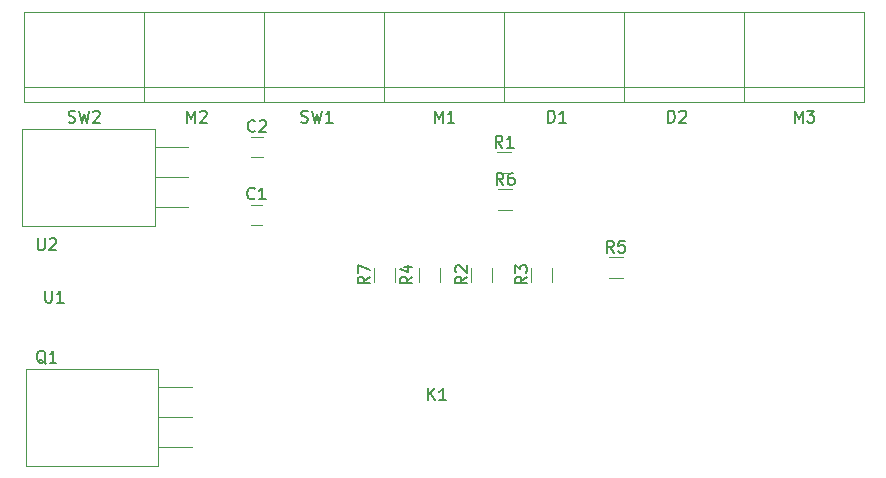
<source format=gbr>
G04 #@! TF.FileFunction,Legend,Top*
%FSLAX46Y46*%
G04 Gerber Fmt 4.6, Leading zero omitted, Abs format (unit mm)*
G04 Created by KiCad (PCBNEW 4.0.7) date 05/05/18 10:53:01*
%MOMM*%
%LPD*%
G01*
G04 APERTURE LIST*
%ADD10C,0.100000*%
%ADD11C,0.120000*%
%ADD12C,0.150000*%
G04 APERTURE END LIST*
D10*
D11*
X122400000Y-80430000D02*
X121400000Y-80430000D01*
X121400000Y-82130000D02*
X122400000Y-82130000D01*
X122440000Y-74715000D02*
X121440000Y-74715000D01*
X121440000Y-76415000D02*
X122440000Y-76415000D01*
X113595000Y-102545000D02*
X113595000Y-94305000D01*
X102355000Y-102545000D02*
X102355000Y-94305000D01*
X102355000Y-102545000D02*
X113595000Y-102545000D01*
X102355000Y-94305000D02*
X113595000Y-94305000D01*
X113595000Y-100965000D02*
X116425000Y-100965000D01*
X113595000Y-98425000D02*
X116409000Y-98425000D01*
X113595000Y-95885000D02*
X116409000Y-95885000D01*
X143475000Y-77715000D02*
X142275000Y-77715000D01*
X142275000Y-75955000D02*
X143475000Y-75955000D01*
X141850000Y-85760000D02*
X141850000Y-86960000D01*
X140090000Y-86960000D02*
X140090000Y-85760000D01*
X146930000Y-85760000D02*
X146930000Y-86960000D01*
X145170000Y-86960000D02*
X145170000Y-85760000D01*
X135645000Y-86960000D02*
X135645000Y-85760000D01*
X137405000Y-85760000D02*
X137405000Y-86960000D01*
X152920000Y-86605000D02*
X151720000Y-86605000D01*
X151720000Y-84845000D02*
X152920000Y-84845000D01*
X143555000Y-80890000D02*
X142355000Y-80890000D01*
X142355000Y-79130000D02*
X143555000Y-79130000D01*
X133595000Y-85760000D02*
X133595000Y-86960000D01*
X131835000Y-86960000D02*
X131835000Y-85760000D01*
X113265000Y-82225000D02*
X113265000Y-73985000D01*
X102025000Y-82225000D02*
X102025000Y-73985000D01*
X102025000Y-82225000D02*
X113265000Y-82225000D01*
X102025000Y-73985000D02*
X113265000Y-73985000D01*
X113265000Y-80645000D02*
X116095000Y-80645000D01*
X113265000Y-78105000D02*
X116079000Y-78105000D01*
X113265000Y-75565000D02*
X116079000Y-75565000D01*
X142875000Y-70485000D02*
X132715000Y-70485000D01*
X142875000Y-71755000D02*
X142875000Y-64135000D01*
X142875000Y-64135000D02*
X132715000Y-64135000D01*
X132715000Y-64135000D02*
X132715000Y-71755000D01*
X132715000Y-71755000D02*
X142875000Y-71755000D01*
X122555000Y-70485000D02*
X112395000Y-70485000D01*
X122555000Y-71755000D02*
X122555000Y-64135000D01*
X122555000Y-64135000D02*
X112395000Y-64135000D01*
X112395000Y-64135000D02*
X112395000Y-71755000D01*
X112395000Y-71755000D02*
X122555000Y-71755000D01*
X173355000Y-70485000D02*
X163195000Y-70485000D01*
X173355000Y-71755000D02*
X173355000Y-64135000D01*
X173355000Y-64135000D02*
X163195000Y-64135000D01*
X163195000Y-64135000D02*
X163195000Y-71755000D01*
X163195000Y-71755000D02*
X173355000Y-71755000D01*
X132715000Y-70485000D02*
X122555000Y-70485000D01*
X132715000Y-71755000D02*
X132715000Y-64135000D01*
X132715000Y-64135000D02*
X122555000Y-64135000D01*
X122555000Y-64135000D02*
X122555000Y-71755000D01*
X122555000Y-71755000D02*
X132715000Y-71755000D01*
X112395000Y-70485000D02*
X102235000Y-70485000D01*
X112395000Y-71755000D02*
X112395000Y-64135000D01*
X112395000Y-64135000D02*
X102235000Y-64135000D01*
X102235000Y-64135000D02*
X102235000Y-71755000D01*
X102235000Y-71755000D02*
X112395000Y-71755000D01*
X153035000Y-70485000D02*
X142875000Y-70485000D01*
X153035000Y-71755000D02*
X153035000Y-64135000D01*
X153035000Y-64135000D02*
X142875000Y-64135000D01*
X142875000Y-64135000D02*
X142875000Y-71755000D01*
X142875000Y-71755000D02*
X153035000Y-71755000D01*
X163195000Y-70485000D02*
X153035000Y-70485000D01*
X163195000Y-71755000D02*
X163195000Y-64135000D01*
X163195000Y-64135000D02*
X153035000Y-64135000D01*
X153035000Y-64135000D02*
X153035000Y-71755000D01*
X153035000Y-71755000D02*
X163195000Y-71755000D01*
D12*
X121733334Y-79887143D02*
X121685715Y-79934762D01*
X121542858Y-79982381D01*
X121447620Y-79982381D01*
X121304762Y-79934762D01*
X121209524Y-79839524D01*
X121161905Y-79744286D01*
X121114286Y-79553810D01*
X121114286Y-79410952D01*
X121161905Y-79220476D01*
X121209524Y-79125238D01*
X121304762Y-79030000D01*
X121447620Y-78982381D01*
X121542858Y-78982381D01*
X121685715Y-79030000D01*
X121733334Y-79077619D01*
X122685715Y-79982381D02*
X122114286Y-79982381D01*
X122400000Y-79982381D02*
X122400000Y-78982381D01*
X122304762Y-79125238D01*
X122209524Y-79220476D01*
X122114286Y-79268095D01*
X121773334Y-74172143D02*
X121725715Y-74219762D01*
X121582858Y-74267381D01*
X121487620Y-74267381D01*
X121344762Y-74219762D01*
X121249524Y-74124524D01*
X121201905Y-74029286D01*
X121154286Y-73838810D01*
X121154286Y-73695952D01*
X121201905Y-73505476D01*
X121249524Y-73410238D01*
X121344762Y-73315000D01*
X121487620Y-73267381D01*
X121582858Y-73267381D01*
X121725715Y-73315000D01*
X121773334Y-73362619D01*
X122154286Y-73362619D02*
X122201905Y-73315000D01*
X122297143Y-73267381D01*
X122535239Y-73267381D01*
X122630477Y-73315000D01*
X122678096Y-73362619D01*
X122725715Y-73457857D01*
X122725715Y-73553095D01*
X122678096Y-73695952D01*
X122106667Y-74267381D01*
X122725715Y-74267381D01*
X136421905Y-96972381D02*
X136421905Y-95972381D01*
X136993334Y-96972381D02*
X136564762Y-96400952D01*
X136993334Y-95972381D02*
X136421905Y-96543810D01*
X137945715Y-96972381D02*
X137374286Y-96972381D01*
X137660000Y-96972381D02*
X137660000Y-95972381D01*
X137564762Y-96115238D01*
X137469524Y-96210476D01*
X137374286Y-96258095D01*
X104044762Y-93892619D02*
X103949524Y-93845000D01*
X103854286Y-93749762D01*
X103711429Y-93606905D01*
X103616190Y-93559286D01*
X103520952Y-93559286D01*
X103568571Y-93797381D02*
X103473333Y-93749762D01*
X103378095Y-93654524D01*
X103330476Y-93464048D01*
X103330476Y-93130714D01*
X103378095Y-92940238D01*
X103473333Y-92845000D01*
X103568571Y-92797381D01*
X103759048Y-92797381D01*
X103854286Y-92845000D01*
X103949524Y-92940238D01*
X103997143Y-93130714D01*
X103997143Y-93464048D01*
X103949524Y-93654524D01*
X103854286Y-93749762D01*
X103759048Y-93797381D01*
X103568571Y-93797381D01*
X104949524Y-93797381D02*
X104378095Y-93797381D01*
X104663809Y-93797381D02*
X104663809Y-92797381D01*
X104568571Y-92940238D01*
X104473333Y-93035476D01*
X104378095Y-93083095D01*
X142708334Y-75587381D02*
X142375000Y-75111190D01*
X142136905Y-75587381D02*
X142136905Y-74587381D01*
X142517858Y-74587381D01*
X142613096Y-74635000D01*
X142660715Y-74682619D01*
X142708334Y-74777857D01*
X142708334Y-74920714D01*
X142660715Y-75015952D01*
X142613096Y-75063571D01*
X142517858Y-75111190D01*
X142136905Y-75111190D01*
X143660715Y-75587381D02*
X143089286Y-75587381D01*
X143375000Y-75587381D02*
X143375000Y-74587381D01*
X143279762Y-74730238D01*
X143184524Y-74825476D01*
X143089286Y-74873095D01*
X139722381Y-86526666D02*
X139246190Y-86860000D01*
X139722381Y-87098095D02*
X138722381Y-87098095D01*
X138722381Y-86717142D01*
X138770000Y-86621904D01*
X138817619Y-86574285D01*
X138912857Y-86526666D01*
X139055714Y-86526666D01*
X139150952Y-86574285D01*
X139198571Y-86621904D01*
X139246190Y-86717142D01*
X139246190Y-87098095D01*
X138817619Y-86145714D02*
X138770000Y-86098095D01*
X138722381Y-86002857D01*
X138722381Y-85764761D01*
X138770000Y-85669523D01*
X138817619Y-85621904D01*
X138912857Y-85574285D01*
X139008095Y-85574285D01*
X139150952Y-85621904D01*
X139722381Y-86193333D01*
X139722381Y-85574285D01*
X144802381Y-86526666D02*
X144326190Y-86860000D01*
X144802381Y-87098095D02*
X143802381Y-87098095D01*
X143802381Y-86717142D01*
X143850000Y-86621904D01*
X143897619Y-86574285D01*
X143992857Y-86526666D01*
X144135714Y-86526666D01*
X144230952Y-86574285D01*
X144278571Y-86621904D01*
X144326190Y-86717142D01*
X144326190Y-87098095D01*
X143802381Y-86193333D02*
X143802381Y-85574285D01*
X144183333Y-85907619D01*
X144183333Y-85764761D01*
X144230952Y-85669523D01*
X144278571Y-85621904D01*
X144373810Y-85574285D01*
X144611905Y-85574285D01*
X144707143Y-85621904D01*
X144754762Y-85669523D01*
X144802381Y-85764761D01*
X144802381Y-86050476D01*
X144754762Y-86145714D01*
X144707143Y-86193333D01*
X135072381Y-86526666D02*
X134596190Y-86860000D01*
X135072381Y-87098095D02*
X134072381Y-87098095D01*
X134072381Y-86717142D01*
X134120000Y-86621904D01*
X134167619Y-86574285D01*
X134262857Y-86526666D01*
X134405714Y-86526666D01*
X134500952Y-86574285D01*
X134548571Y-86621904D01*
X134596190Y-86717142D01*
X134596190Y-87098095D01*
X134405714Y-85669523D02*
X135072381Y-85669523D01*
X134024762Y-85907619D02*
X134739048Y-86145714D01*
X134739048Y-85526666D01*
X152153334Y-84477381D02*
X151820000Y-84001190D01*
X151581905Y-84477381D02*
X151581905Y-83477381D01*
X151962858Y-83477381D01*
X152058096Y-83525000D01*
X152105715Y-83572619D01*
X152153334Y-83667857D01*
X152153334Y-83810714D01*
X152105715Y-83905952D01*
X152058096Y-83953571D01*
X151962858Y-84001190D01*
X151581905Y-84001190D01*
X153058096Y-83477381D02*
X152581905Y-83477381D01*
X152534286Y-83953571D01*
X152581905Y-83905952D01*
X152677143Y-83858333D01*
X152915239Y-83858333D01*
X153010477Y-83905952D01*
X153058096Y-83953571D01*
X153105715Y-84048810D01*
X153105715Y-84286905D01*
X153058096Y-84382143D01*
X153010477Y-84429762D01*
X152915239Y-84477381D01*
X152677143Y-84477381D01*
X152581905Y-84429762D01*
X152534286Y-84382143D01*
X142788334Y-78762381D02*
X142455000Y-78286190D01*
X142216905Y-78762381D02*
X142216905Y-77762381D01*
X142597858Y-77762381D01*
X142693096Y-77810000D01*
X142740715Y-77857619D01*
X142788334Y-77952857D01*
X142788334Y-78095714D01*
X142740715Y-78190952D01*
X142693096Y-78238571D01*
X142597858Y-78286190D01*
X142216905Y-78286190D01*
X143645477Y-77762381D02*
X143455000Y-77762381D01*
X143359762Y-77810000D01*
X143312143Y-77857619D01*
X143216905Y-78000476D01*
X143169286Y-78190952D01*
X143169286Y-78571905D01*
X143216905Y-78667143D01*
X143264524Y-78714762D01*
X143359762Y-78762381D01*
X143550239Y-78762381D01*
X143645477Y-78714762D01*
X143693096Y-78667143D01*
X143740715Y-78571905D01*
X143740715Y-78333810D01*
X143693096Y-78238571D01*
X143645477Y-78190952D01*
X143550239Y-78143333D01*
X143359762Y-78143333D01*
X143264524Y-78190952D01*
X143216905Y-78238571D01*
X143169286Y-78333810D01*
X131467381Y-86526666D02*
X130991190Y-86860000D01*
X131467381Y-87098095D02*
X130467381Y-87098095D01*
X130467381Y-86717142D01*
X130515000Y-86621904D01*
X130562619Y-86574285D01*
X130657857Y-86526666D01*
X130800714Y-86526666D01*
X130895952Y-86574285D01*
X130943571Y-86621904D01*
X130991190Y-86717142D01*
X130991190Y-87098095D01*
X130467381Y-86193333D02*
X130467381Y-85526666D01*
X131467381Y-85955238D01*
X104013095Y-87717381D02*
X104013095Y-88526905D01*
X104060714Y-88622143D01*
X104108333Y-88669762D01*
X104203571Y-88717381D01*
X104394048Y-88717381D01*
X104489286Y-88669762D01*
X104536905Y-88622143D01*
X104584524Y-88526905D01*
X104584524Y-87717381D01*
X105584524Y-88717381D02*
X105013095Y-88717381D01*
X105298809Y-88717381D02*
X105298809Y-87717381D01*
X105203571Y-87860238D01*
X105108333Y-87955476D01*
X105013095Y-88003095D01*
X103378095Y-83272381D02*
X103378095Y-84081905D01*
X103425714Y-84177143D01*
X103473333Y-84224762D01*
X103568571Y-84272381D01*
X103759048Y-84272381D01*
X103854286Y-84224762D01*
X103901905Y-84177143D01*
X103949524Y-84081905D01*
X103949524Y-83272381D01*
X104378095Y-83367619D02*
X104425714Y-83320000D01*
X104520952Y-83272381D01*
X104759048Y-83272381D01*
X104854286Y-83320000D01*
X104901905Y-83367619D01*
X104949524Y-83462857D01*
X104949524Y-83558095D01*
X104901905Y-83700952D01*
X104330476Y-84272381D01*
X104949524Y-84272381D01*
X136985476Y-73477381D02*
X136985476Y-72477381D01*
X137318810Y-73191667D01*
X137652143Y-72477381D01*
X137652143Y-73477381D01*
X138652143Y-73477381D02*
X138080714Y-73477381D01*
X138366428Y-73477381D02*
X138366428Y-72477381D01*
X138271190Y-72620238D01*
X138175952Y-72715476D01*
X138080714Y-72763095D01*
X116030476Y-73477381D02*
X116030476Y-72477381D01*
X116363810Y-73191667D01*
X116697143Y-72477381D01*
X116697143Y-73477381D01*
X117125714Y-72572619D02*
X117173333Y-72525000D01*
X117268571Y-72477381D01*
X117506667Y-72477381D01*
X117601905Y-72525000D01*
X117649524Y-72572619D01*
X117697143Y-72667857D01*
X117697143Y-72763095D01*
X117649524Y-72905952D01*
X117078095Y-73477381D01*
X117697143Y-73477381D01*
X167465476Y-73477381D02*
X167465476Y-72477381D01*
X167798810Y-73191667D01*
X168132143Y-72477381D01*
X168132143Y-73477381D01*
X168513095Y-72477381D02*
X169132143Y-72477381D01*
X168798809Y-72858333D01*
X168941667Y-72858333D01*
X169036905Y-72905952D01*
X169084524Y-72953571D01*
X169132143Y-73048810D01*
X169132143Y-73286905D01*
X169084524Y-73382143D01*
X169036905Y-73429762D01*
X168941667Y-73477381D01*
X168655952Y-73477381D01*
X168560714Y-73429762D01*
X168513095Y-73382143D01*
X125666667Y-73429762D02*
X125809524Y-73477381D01*
X126047620Y-73477381D01*
X126142858Y-73429762D01*
X126190477Y-73382143D01*
X126238096Y-73286905D01*
X126238096Y-73191667D01*
X126190477Y-73096429D01*
X126142858Y-73048810D01*
X126047620Y-73001190D01*
X125857143Y-72953571D01*
X125761905Y-72905952D01*
X125714286Y-72858333D01*
X125666667Y-72763095D01*
X125666667Y-72667857D01*
X125714286Y-72572619D01*
X125761905Y-72525000D01*
X125857143Y-72477381D01*
X126095239Y-72477381D01*
X126238096Y-72525000D01*
X126571429Y-72477381D02*
X126809524Y-73477381D01*
X127000001Y-72763095D01*
X127190477Y-73477381D01*
X127428572Y-72477381D01*
X128333334Y-73477381D02*
X127761905Y-73477381D01*
X128047619Y-73477381D02*
X128047619Y-72477381D01*
X127952381Y-72620238D01*
X127857143Y-72715476D01*
X127761905Y-72763095D01*
X105981667Y-73429762D02*
X106124524Y-73477381D01*
X106362620Y-73477381D01*
X106457858Y-73429762D01*
X106505477Y-73382143D01*
X106553096Y-73286905D01*
X106553096Y-73191667D01*
X106505477Y-73096429D01*
X106457858Y-73048810D01*
X106362620Y-73001190D01*
X106172143Y-72953571D01*
X106076905Y-72905952D01*
X106029286Y-72858333D01*
X105981667Y-72763095D01*
X105981667Y-72667857D01*
X106029286Y-72572619D01*
X106076905Y-72525000D01*
X106172143Y-72477381D01*
X106410239Y-72477381D01*
X106553096Y-72525000D01*
X106886429Y-72477381D02*
X107124524Y-73477381D01*
X107315001Y-72763095D01*
X107505477Y-73477381D01*
X107743572Y-72477381D01*
X108076905Y-72572619D02*
X108124524Y-72525000D01*
X108219762Y-72477381D01*
X108457858Y-72477381D01*
X108553096Y-72525000D01*
X108600715Y-72572619D01*
X108648334Y-72667857D01*
X108648334Y-72763095D01*
X108600715Y-72905952D01*
X108029286Y-73477381D01*
X108648334Y-73477381D01*
X146581905Y-73477381D02*
X146581905Y-72477381D01*
X146820000Y-72477381D01*
X146962858Y-72525000D01*
X147058096Y-72620238D01*
X147105715Y-72715476D01*
X147153334Y-72905952D01*
X147153334Y-73048810D01*
X147105715Y-73239286D01*
X147058096Y-73334524D01*
X146962858Y-73429762D01*
X146820000Y-73477381D01*
X146581905Y-73477381D01*
X148105715Y-73477381D02*
X147534286Y-73477381D01*
X147820000Y-73477381D02*
X147820000Y-72477381D01*
X147724762Y-72620238D01*
X147629524Y-72715476D01*
X147534286Y-72763095D01*
X156741905Y-73477381D02*
X156741905Y-72477381D01*
X156980000Y-72477381D01*
X157122858Y-72525000D01*
X157218096Y-72620238D01*
X157265715Y-72715476D01*
X157313334Y-72905952D01*
X157313334Y-73048810D01*
X157265715Y-73239286D01*
X157218096Y-73334524D01*
X157122858Y-73429762D01*
X156980000Y-73477381D01*
X156741905Y-73477381D01*
X157694286Y-72572619D02*
X157741905Y-72525000D01*
X157837143Y-72477381D01*
X158075239Y-72477381D01*
X158170477Y-72525000D01*
X158218096Y-72572619D01*
X158265715Y-72667857D01*
X158265715Y-72763095D01*
X158218096Y-72905952D01*
X157646667Y-73477381D01*
X158265715Y-73477381D01*
M02*

</source>
